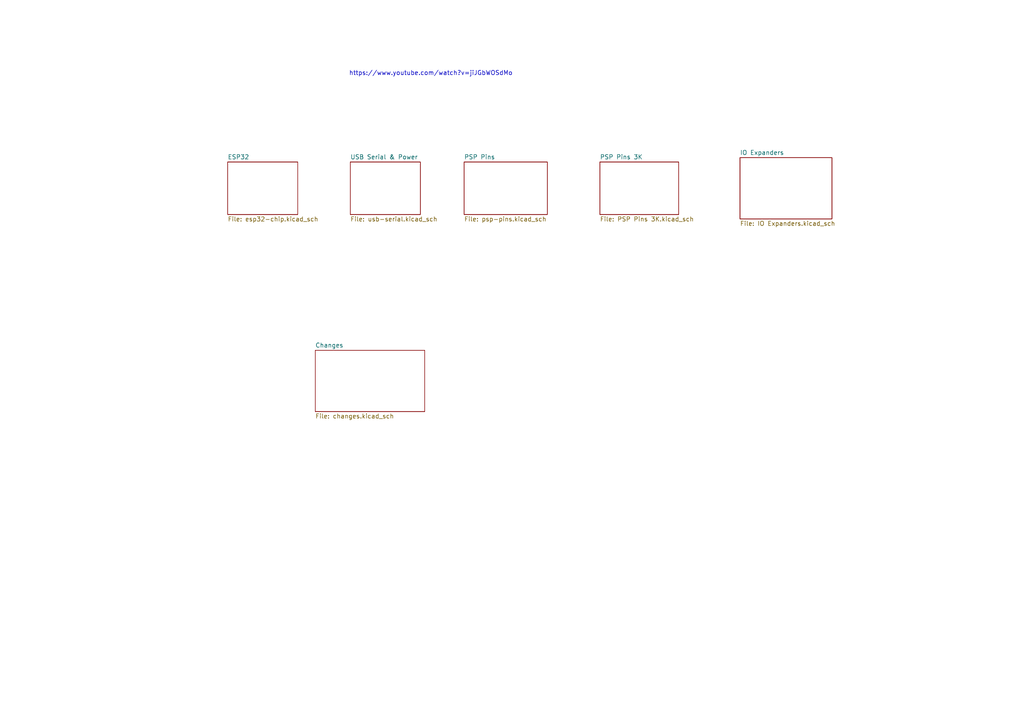
<source format=kicad_sch>
(kicad_sch
	(version 20231120)
	(generator "eeschema")
	(generator_version "8.0")
	(uuid "3a9f3299-35f4-4d62-9438-2986d1fa401f")
	(paper "A4")
	(title_block
		(title "PSP-Bluetooth")
		(date "2024-07-25")
		(rev "0.1")
		(comment 2 "https://github.com/ste2425/PSP-Bluetooth")
		(comment 4 "UNDER REVIEW - SUBJECT TO CHANGE")
	)
	(lib_symbols)
	(text "https://www.youtube.com/watch?v=jiJGbWOSdMo"
		(exclude_from_sim no)
		(at 124.968 21.336 0)
		(effects
			(font
				(size 1.27 1.27)
			)
		)
		(uuid "74761bec-331c-4263-a172-28fba0fbb858")
	)
	(sheet
		(at 66.04 46.99)
		(size 20.32 15.24)
		(fields_autoplaced yes)
		(stroke
			(width 0.1524)
			(type solid)
		)
		(fill
			(color 0 0 0 0.0000)
		)
		(uuid "4d61521e-d26b-4a87-9dc4-97977e5f7fed")
		(property "Sheetname" "ESP32"
			(at 66.04 46.2784 0)
			(effects
				(font
					(size 1.27 1.27)
				)
				(justify left bottom)
			)
		)
		(property "Sheetfile" "esp32-chip.kicad_sch"
			(at 66.04 62.8146 0)
			(effects
				(font
					(size 1.27 1.27)
				)
				(justify left top)
			)
		)
		(instances
			(project "esp32"
				(path "/3a9f3299-35f4-4d62-9438-2986d1fa401f"
					(page "2")
				)
			)
		)
	)
	(sheet
		(at 101.6 46.99)
		(size 20.32 15.24)
		(fields_autoplaced yes)
		(stroke
			(width 0.1524)
			(type solid)
		)
		(fill
			(color 0 0 0 0.0000)
		)
		(uuid "586a855a-7240-4874-a1e8-0873c3df1414")
		(property "Sheetname" "USB Serial & Power"
			(at 101.6 46.2784 0)
			(effects
				(font
					(size 1.27 1.27)
				)
				(justify left bottom)
			)
		)
		(property "Sheetfile" "usb-serial.kicad_sch"
			(at 101.6 62.8146 0)
			(effects
				(font
					(size 1.27 1.27)
				)
				(justify left top)
			)
		)
		(instances
			(project "esp32"
				(path "/3a9f3299-35f4-4d62-9438-2986d1fa401f"
					(page "3")
				)
			)
		)
	)
	(sheet
		(at 214.63 45.72)
		(size 26.67 17.78)
		(fields_autoplaced yes)
		(stroke
			(width 0.1524)
			(type solid)
		)
		(fill
			(color 0 0 0 0.0000)
		)
		(uuid "69246014-e69c-483a-8e99-10eb89618c95")
		(property "Sheetname" "IO Expanders"
			(at 214.63 45.0084 0)
			(effects
				(font
					(size 1.27 1.27)
				)
				(justify left bottom)
			)
		)
		(property "Sheetfile" "IO Expanders.kicad_sch"
			(at 214.63 64.0846 0)
			(effects
				(font
					(size 1.27 1.27)
				)
				(justify left top)
			)
		)
		(instances
			(project "esp32"
				(path "/3a9f3299-35f4-4d62-9438-2986d1fa401f"
					(page "7")
				)
			)
		)
	)
	(sheet
		(at 91.44 101.6)
		(size 31.75 17.78)
		(fields_autoplaced yes)
		(stroke
			(width 0.1524)
			(type solid)
		)
		(fill
			(color 0 0 0 0.0000)
		)
		(uuid "c8aa10b2-2f70-470d-9bc0-544c2824c53e")
		(property "Sheetname" "Changes"
			(at 91.44 100.8884 0)
			(effects
				(font
					(size 1.27 1.27)
				)
				(justify left bottom)
			)
		)
		(property "Sheetfile" "changes.kicad_sch"
			(at 91.44 119.9646 0)
			(effects
				(font
					(size 1.27 1.27)
				)
				(justify left top)
			)
		)
		(instances
			(project "esp32"
				(path "/3a9f3299-35f4-4d62-9438-2986d1fa401f"
					(page "5")
				)
			)
		)
	)
	(sheet
		(at 173.99 46.99)
		(size 22.86 15.24)
		(fields_autoplaced yes)
		(stroke
			(width 0.1524)
			(type solid)
		)
		(fill
			(color 0 0 0 0.0000)
		)
		(uuid "dc6afa68-7811-4cb2-9ae5-43b9e389483f")
		(property "Sheetname" "PSP Pins 3K"
			(at 173.99 46.2784 0)
			(effects
				(font
					(size 1.27 1.27)
				)
				(justify left bottom)
			)
		)
		(property "Sheetfile" "PSP Pins 3K.kicad_sch"
			(at 173.99 62.8146 0)
			(effects
				(font
					(size 1.27 1.27)
				)
				(justify left top)
			)
		)
		(instances
			(project "esp32"
				(path "/3a9f3299-35f4-4d62-9438-2986d1fa401f"
					(page "6")
				)
			)
		)
	)
	(sheet
		(at 134.62 46.99)
		(size 24.13 15.24)
		(fields_autoplaced yes)
		(stroke
			(width 0.1524)
			(type solid)
		)
		(fill
			(color 0 0 0 0.0000)
		)
		(uuid "e4f76cb1-7d48-40aa-a3b2-74b8410dfe76")
		(property "Sheetname" "PSP Pins"
			(at 134.62 46.2784 0)
			(effects
				(font
					(size 1.27 1.27)
				)
				(justify left bottom)
			)
		)
		(property "Sheetfile" "psp-pins.kicad_sch"
			(at 134.62 62.8146 0)
			(effects
				(font
					(size 1.27 1.27)
				)
				(justify left top)
			)
		)
		(instances
			(project "esp32"
				(path "/3a9f3299-35f4-4d62-9438-2986d1fa401f"
					(page "4")
				)
			)
		)
	)
	(sheet_instances
		(path "/"
			(page "1")
		)
	)
)

</source>
